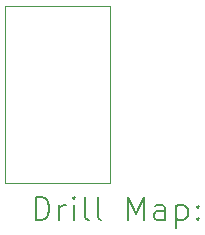
<source format=gbr>
%TF.GenerationSoftware,KiCad,Pcbnew,7.0.10*%
%TF.CreationDate,2024-03-01T22:39:56+01:00*%
%TF.ProjectId,lightsaber,6c696768-7473-4616-9265-722e6b696361,rev?*%
%TF.SameCoordinates,Original*%
%TF.FileFunction,Drillmap*%
%TF.FilePolarity,Positive*%
%FSLAX45Y45*%
G04 Gerber Fmt 4.5, Leading zero omitted, Abs format (unit mm)*
G04 Created by KiCad (PCBNEW 7.0.10) date 2024-03-01 22:39:56*
%MOMM*%
%LPD*%
G01*
G04 APERTURE LIST*
%ADD10C,0.100000*%
%ADD11C,0.200000*%
G04 APERTURE END LIST*
D10*
X8890000Y-7823200D02*
X8890000Y-6324600D01*
X9779000Y-7823200D02*
X8890000Y-7823200D01*
X9779000Y-6324600D02*
X9779000Y-7823200D01*
X8890000Y-6324600D02*
X9779000Y-6324600D01*
D11*
X9145777Y-8139684D02*
X9145777Y-7939684D01*
X9145777Y-7939684D02*
X9193396Y-7939684D01*
X9193396Y-7939684D02*
X9221967Y-7949208D01*
X9221967Y-7949208D02*
X9241015Y-7968255D01*
X9241015Y-7968255D02*
X9250539Y-7987303D01*
X9250539Y-7987303D02*
X9260063Y-8025398D01*
X9260063Y-8025398D02*
X9260063Y-8053969D01*
X9260063Y-8053969D02*
X9250539Y-8092065D01*
X9250539Y-8092065D02*
X9241015Y-8111112D01*
X9241015Y-8111112D02*
X9221967Y-8130160D01*
X9221967Y-8130160D02*
X9193396Y-8139684D01*
X9193396Y-8139684D02*
X9145777Y-8139684D01*
X9345777Y-8139684D02*
X9345777Y-8006350D01*
X9345777Y-8044446D02*
X9355301Y-8025398D01*
X9355301Y-8025398D02*
X9364824Y-8015874D01*
X9364824Y-8015874D02*
X9383872Y-8006350D01*
X9383872Y-8006350D02*
X9402920Y-8006350D01*
X9469586Y-8139684D02*
X9469586Y-8006350D01*
X9469586Y-7939684D02*
X9460063Y-7949208D01*
X9460063Y-7949208D02*
X9469586Y-7958731D01*
X9469586Y-7958731D02*
X9479110Y-7949208D01*
X9479110Y-7949208D02*
X9469586Y-7939684D01*
X9469586Y-7939684D02*
X9469586Y-7958731D01*
X9593396Y-8139684D02*
X9574348Y-8130160D01*
X9574348Y-8130160D02*
X9564824Y-8111112D01*
X9564824Y-8111112D02*
X9564824Y-7939684D01*
X9698158Y-8139684D02*
X9679110Y-8130160D01*
X9679110Y-8130160D02*
X9669586Y-8111112D01*
X9669586Y-8111112D02*
X9669586Y-7939684D01*
X9926729Y-8139684D02*
X9926729Y-7939684D01*
X9926729Y-7939684D02*
X9993396Y-8082541D01*
X9993396Y-8082541D02*
X10060063Y-7939684D01*
X10060063Y-7939684D02*
X10060063Y-8139684D01*
X10241015Y-8139684D02*
X10241015Y-8034922D01*
X10241015Y-8034922D02*
X10231491Y-8015874D01*
X10231491Y-8015874D02*
X10212444Y-8006350D01*
X10212444Y-8006350D02*
X10174348Y-8006350D01*
X10174348Y-8006350D02*
X10155301Y-8015874D01*
X10241015Y-8130160D02*
X10221967Y-8139684D01*
X10221967Y-8139684D02*
X10174348Y-8139684D01*
X10174348Y-8139684D02*
X10155301Y-8130160D01*
X10155301Y-8130160D02*
X10145777Y-8111112D01*
X10145777Y-8111112D02*
X10145777Y-8092065D01*
X10145777Y-8092065D02*
X10155301Y-8073017D01*
X10155301Y-8073017D02*
X10174348Y-8063493D01*
X10174348Y-8063493D02*
X10221967Y-8063493D01*
X10221967Y-8063493D02*
X10241015Y-8053969D01*
X10336253Y-8006350D02*
X10336253Y-8206350D01*
X10336253Y-8015874D02*
X10355301Y-8006350D01*
X10355301Y-8006350D02*
X10393396Y-8006350D01*
X10393396Y-8006350D02*
X10412444Y-8015874D01*
X10412444Y-8015874D02*
X10421967Y-8025398D01*
X10421967Y-8025398D02*
X10431491Y-8044446D01*
X10431491Y-8044446D02*
X10431491Y-8101588D01*
X10431491Y-8101588D02*
X10421967Y-8120636D01*
X10421967Y-8120636D02*
X10412444Y-8130160D01*
X10412444Y-8130160D02*
X10393396Y-8139684D01*
X10393396Y-8139684D02*
X10355301Y-8139684D01*
X10355301Y-8139684D02*
X10336253Y-8130160D01*
X10517205Y-8120636D02*
X10526729Y-8130160D01*
X10526729Y-8130160D02*
X10517205Y-8139684D01*
X10517205Y-8139684D02*
X10507682Y-8130160D01*
X10507682Y-8130160D02*
X10517205Y-8120636D01*
X10517205Y-8120636D02*
X10517205Y-8139684D01*
X10517205Y-8015874D02*
X10526729Y-8025398D01*
X10526729Y-8025398D02*
X10517205Y-8034922D01*
X10517205Y-8034922D02*
X10507682Y-8025398D01*
X10507682Y-8025398D02*
X10517205Y-8015874D01*
X10517205Y-8015874D02*
X10517205Y-8034922D01*
M02*

</source>
